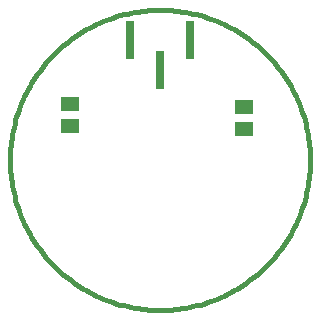
<source format=gbp>
G75*
%MOIN*%
%OFA0B0*%
%FSLAX25Y25*%
%IPPOS*%
%LPD*%
%AMOC8*
5,1,8,0,0,1.08239X$1,22.5*
%
%ADD10C,0.01600*%
%ADD11R,0.05906X0.05118*%
%ADD12R,0.02700X0.12600*%
D10*
X0046300Y0091300D02*
X0046315Y0092527D01*
X0046360Y0093753D01*
X0046435Y0094978D01*
X0046541Y0096201D01*
X0046676Y0097421D01*
X0046841Y0098637D01*
X0047036Y0099848D01*
X0047261Y0101055D01*
X0047515Y0102255D01*
X0047798Y0103449D01*
X0048111Y0104636D01*
X0048453Y0105814D01*
X0048824Y0106984D01*
X0049223Y0108144D01*
X0049650Y0109295D01*
X0050106Y0110434D01*
X0050590Y0111562D01*
X0051101Y0112678D01*
X0051639Y0113781D01*
X0052204Y0114870D01*
X0052796Y0115945D01*
X0053414Y0117005D01*
X0054057Y0118050D01*
X0054727Y0119079D01*
X0055421Y0120090D01*
X0056140Y0121085D01*
X0056883Y0122062D01*
X0057649Y0123020D01*
X0058440Y0123959D01*
X0059252Y0124878D01*
X0060088Y0125777D01*
X0060945Y0126655D01*
X0061823Y0127512D01*
X0062722Y0128348D01*
X0063641Y0129160D01*
X0064580Y0129951D01*
X0065538Y0130717D01*
X0066515Y0131460D01*
X0067510Y0132179D01*
X0068521Y0132873D01*
X0069550Y0133543D01*
X0070595Y0134186D01*
X0071655Y0134804D01*
X0072730Y0135396D01*
X0073819Y0135961D01*
X0074922Y0136499D01*
X0076038Y0137010D01*
X0077166Y0137494D01*
X0078305Y0137950D01*
X0079456Y0138377D01*
X0080616Y0138776D01*
X0081786Y0139147D01*
X0082964Y0139489D01*
X0084151Y0139802D01*
X0085345Y0140085D01*
X0086545Y0140339D01*
X0087752Y0140564D01*
X0088963Y0140759D01*
X0090179Y0140924D01*
X0091399Y0141059D01*
X0092622Y0141165D01*
X0093847Y0141240D01*
X0095073Y0141285D01*
X0096300Y0141300D01*
X0097527Y0141285D01*
X0098753Y0141240D01*
X0099978Y0141165D01*
X0101201Y0141059D01*
X0102421Y0140924D01*
X0103637Y0140759D01*
X0104848Y0140564D01*
X0106055Y0140339D01*
X0107255Y0140085D01*
X0108449Y0139802D01*
X0109636Y0139489D01*
X0110814Y0139147D01*
X0111984Y0138776D01*
X0113144Y0138377D01*
X0114295Y0137950D01*
X0115434Y0137494D01*
X0116562Y0137010D01*
X0117678Y0136499D01*
X0118781Y0135961D01*
X0119870Y0135396D01*
X0120945Y0134804D01*
X0122005Y0134186D01*
X0123050Y0133543D01*
X0124079Y0132873D01*
X0125090Y0132179D01*
X0126085Y0131460D01*
X0127062Y0130717D01*
X0128020Y0129951D01*
X0128959Y0129160D01*
X0129878Y0128348D01*
X0130777Y0127512D01*
X0131655Y0126655D01*
X0132512Y0125777D01*
X0133348Y0124878D01*
X0134160Y0123959D01*
X0134951Y0123020D01*
X0135717Y0122062D01*
X0136460Y0121085D01*
X0137179Y0120090D01*
X0137873Y0119079D01*
X0138543Y0118050D01*
X0139186Y0117005D01*
X0139804Y0115945D01*
X0140396Y0114870D01*
X0140961Y0113781D01*
X0141499Y0112678D01*
X0142010Y0111562D01*
X0142494Y0110434D01*
X0142950Y0109295D01*
X0143377Y0108144D01*
X0143776Y0106984D01*
X0144147Y0105814D01*
X0144489Y0104636D01*
X0144802Y0103449D01*
X0145085Y0102255D01*
X0145339Y0101055D01*
X0145564Y0099848D01*
X0145759Y0098637D01*
X0145924Y0097421D01*
X0146059Y0096201D01*
X0146165Y0094978D01*
X0146240Y0093753D01*
X0146285Y0092527D01*
X0146300Y0091300D01*
X0146285Y0090073D01*
X0146240Y0088847D01*
X0146165Y0087622D01*
X0146059Y0086399D01*
X0145924Y0085179D01*
X0145759Y0083963D01*
X0145564Y0082752D01*
X0145339Y0081545D01*
X0145085Y0080345D01*
X0144802Y0079151D01*
X0144489Y0077964D01*
X0144147Y0076786D01*
X0143776Y0075616D01*
X0143377Y0074456D01*
X0142950Y0073305D01*
X0142494Y0072166D01*
X0142010Y0071038D01*
X0141499Y0069922D01*
X0140961Y0068819D01*
X0140396Y0067730D01*
X0139804Y0066655D01*
X0139186Y0065595D01*
X0138543Y0064550D01*
X0137873Y0063521D01*
X0137179Y0062510D01*
X0136460Y0061515D01*
X0135717Y0060538D01*
X0134951Y0059580D01*
X0134160Y0058641D01*
X0133348Y0057722D01*
X0132512Y0056823D01*
X0131655Y0055945D01*
X0130777Y0055088D01*
X0129878Y0054252D01*
X0128959Y0053440D01*
X0128020Y0052649D01*
X0127062Y0051883D01*
X0126085Y0051140D01*
X0125090Y0050421D01*
X0124079Y0049727D01*
X0123050Y0049057D01*
X0122005Y0048414D01*
X0120945Y0047796D01*
X0119870Y0047204D01*
X0118781Y0046639D01*
X0117678Y0046101D01*
X0116562Y0045590D01*
X0115434Y0045106D01*
X0114295Y0044650D01*
X0113144Y0044223D01*
X0111984Y0043824D01*
X0110814Y0043453D01*
X0109636Y0043111D01*
X0108449Y0042798D01*
X0107255Y0042515D01*
X0106055Y0042261D01*
X0104848Y0042036D01*
X0103637Y0041841D01*
X0102421Y0041676D01*
X0101201Y0041541D01*
X0099978Y0041435D01*
X0098753Y0041360D01*
X0097527Y0041315D01*
X0096300Y0041300D01*
X0095073Y0041315D01*
X0093847Y0041360D01*
X0092622Y0041435D01*
X0091399Y0041541D01*
X0090179Y0041676D01*
X0088963Y0041841D01*
X0087752Y0042036D01*
X0086545Y0042261D01*
X0085345Y0042515D01*
X0084151Y0042798D01*
X0082964Y0043111D01*
X0081786Y0043453D01*
X0080616Y0043824D01*
X0079456Y0044223D01*
X0078305Y0044650D01*
X0077166Y0045106D01*
X0076038Y0045590D01*
X0074922Y0046101D01*
X0073819Y0046639D01*
X0072730Y0047204D01*
X0071655Y0047796D01*
X0070595Y0048414D01*
X0069550Y0049057D01*
X0068521Y0049727D01*
X0067510Y0050421D01*
X0066515Y0051140D01*
X0065538Y0051883D01*
X0064580Y0052649D01*
X0063641Y0053440D01*
X0062722Y0054252D01*
X0061823Y0055088D01*
X0060945Y0055945D01*
X0060088Y0056823D01*
X0059252Y0057722D01*
X0058440Y0058641D01*
X0057649Y0059580D01*
X0056883Y0060538D01*
X0056140Y0061515D01*
X0055421Y0062510D01*
X0054727Y0063521D01*
X0054057Y0064550D01*
X0053414Y0065595D01*
X0052796Y0066655D01*
X0052204Y0067730D01*
X0051639Y0068819D01*
X0051101Y0069922D01*
X0050590Y0071038D01*
X0050106Y0072166D01*
X0049650Y0073305D01*
X0049223Y0074456D01*
X0048824Y0075616D01*
X0048453Y0076786D01*
X0048111Y0077964D01*
X0047798Y0079151D01*
X0047515Y0080345D01*
X0047261Y0081545D01*
X0047036Y0082752D01*
X0046841Y0083963D01*
X0046676Y0085179D01*
X0046541Y0086399D01*
X0046435Y0087622D01*
X0046360Y0088847D01*
X0046315Y0090073D01*
X0046300Y0091300D01*
D11*
X0066300Y0102560D03*
X0066300Y0110040D03*
X0124300Y0109040D03*
X0124300Y0101560D03*
D12*
X0096300Y0121200D03*
X0086300Y0131400D03*
X0106300Y0131400D03*
M02*

</source>
